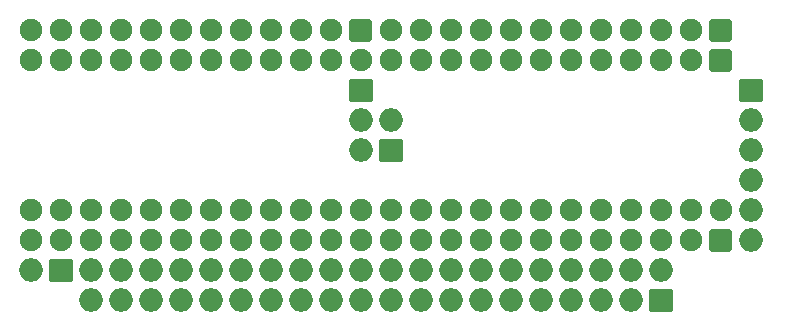
<source format=gbr>
G04 #@! TF.GenerationSoftware,KiCad,Pcbnew,(5.1.9)-1*
G04 #@! TF.CreationDate,2021-04-27T19:19:42+01:00*
G04 #@! TF.ProjectId,RGBtoHDMI Amiga Denise - v2++ Rev 2 by solarmon,52474274-6f48-4444-9d49-20416d696761,v2++ Rev 2*
G04 #@! TF.SameCoordinates,Original*
G04 #@! TF.FileFunction,Soldermask,Bot*
G04 #@! TF.FilePolarity,Negative*
%FSLAX46Y46*%
G04 Gerber Fmt 4.6, Leading zero omitted, Abs format (unit mm)*
G04 Created by KiCad (PCBNEW (5.1.9)-1) date 2021-04-27 19:19:42*
%MOMM*%
%LPD*%
G01*
G04 APERTURE LIST*
%ADD10O,2.000000X2.000000*%
%ADD11O,1.900000X1.900000*%
G04 APERTURE END LIST*
D10*
X133985000Y-75565000D03*
G36*
G01*
X132985000Y-78955000D02*
X132985000Y-77255000D01*
G75*
G02*
X133135000Y-77105000I150000J0D01*
G01*
X134835000Y-77105000D01*
G75*
G02*
X134985000Y-77255000I0J-150000D01*
G01*
X134985000Y-78955000D01*
G75*
G02*
X134835000Y-79105000I-150000J0D01*
G01*
X133135000Y-79105000D01*
G75*
G02*
X132985000Y-78955000I0J150000D01*
G01*
G37*
D11*
X103505000Y-85725000D03*
X106045000Y-85725000D03*
X108585000Y-85725000D03*
X111125000Y-85725000D03*
X113665000Y-85725000D03*
X116205000Y-85725000D03*
X118745000Y-85725000D03*
X121285000Y-85725000D03*
X123825000Y-85725000D03*
X126365000Y-85725000D03*
X128905000Y-85725000D03*
X131445000Y-85725000D03*
X133985000Y-85725000D03*
X136525000Y-85725000D03*
X139065000Y-85725000D03*
X141605000Y-85725000D03*
X144145000Y-85725000D03*
X146685000Y-85725000D03*
X149225000Y-85725000D03*
X151765000Y-85725000D03*
X154305000Y-85725000D03*
X156845000Y-85725000D03*
X159385000Y-85725000D03*
G36*
G01*
X162725000Y-86675000D02*
X161125000Y-86675000D01*
G75*
G02*
X160975000Y-86525000I0J150000D01*
G01*
X160975000Y-84925000D01*
G75*
G02*
X161125000Y-84775000I150000J0D01*
G01*
X162725000Y-84775000D01*
G75*
G02*
X162875000Y-84925000I0J-150000D01*
G01*
X162875000Y-86525000D01*
G75*
G02*
X162725000Y-86675000I-150000J0D01*
G01*
G37*
X103505000Y-70485000D03*
X106045000Y-70485000D03*
X108585000Y-70485000D03*
X111125000Y-70485000D03*
X113665000Y-70485000D03*
X116205000Y-70485000D03*
X118745000Y-70485000D03*
X121285000Y-70485000D03*
X123825000Y-70485000D03*
X126365000Y-70485000D03*
X128905000Y-70485000D03*
X131445000Y-70485000D03*
X133985000Y-70485000D03*
X136525000Y-70485000D03*
X139065000Y-70485000D03*
X141605000Y-70485000D03*
X144145000Y-70485000D03*
X146685000Y-70485000D03*
X149225000Y-70485000D03*
X151765000Y-70485000D03*
X154305000Y-70485000D03*
X156845000Y-70485000D03*
X159385000Y-70485000D03*
G36*
G01*
X162725000Y-71435000D02*
X161125000Y-71435000D01*
G75*
G02*
X160975000Y-71285000I0J150000D01*
G01*
X160975000Y-69685000D01*
G75*
G02*
X161125000Y-69535000I150000J0D01*
G01*
X162725000Y-69535000D01*
G75*
G02*
X162875000Y-69685000I0J-150000D01*
G01*
X162875000Y-71285000D01*
G75*
G02*
X162725000Y-71435000I-150000J0D01*
G01*
G37*
D10*
X164465000Y-85725000D03*
X164465000Y-83185000D03*
X164465000Y-80645000D03*
X164465000Y-78105000D03*
X164465000Y-75565000D03*
G36*
G01*
X163465000Y-73875000D02*
X163465000Y-72175000D01*
G75*
G02*
X163615000Y-72025000I150000J0D01*
G01*
X165315000Y-72025000D01*
G75*
G02*
X165465000Y-72175000I0J-150000D01*
G01*
X165465000Y-73875000D01*
G75*
G02*
X165315000Y-74025000I-150000J0D01*
G01*
X163615000Y-74025000D01*
G75*
G02*
X163465000Y-73875000I0J150000D01*
G01*
G37*
G36*
G01*
X155995000Y-89805000D02*
X157695000Y-89805000D01*
G75*
G02*
X157845000Y-89955000I0J-150000D01*
G01*
X157845000Y-91655000D01*
G75*
G02*
X157695000Y-91805000I-150000J0D01*
G01*
X155995000Y-91805000D01*
G75*
G02*
X155845000Y-91655000I0J150000D01*
G01*
X155845000Y-89955000D01*
G75*
G02*
X155995000Y-89805000I150000J0D01*
G01*
G37*
X156845000Y-88265000D03*
X154305000Y-90805000D03*
X154305000Y-88265000D03*
X151765000Y-90805000D03*
X151765000Y-88265000D03*
X149225000Y-90805000D03*
X149225000Y-88265000D03*
X146685000Y-90805000D03*
X146685000Y-88265000D03*
X144145000Y-90805000D03*
X144145000Y-88265000D03*
X141605000Y-90805000D03*
X141605000Y-88265000D03*
X139065000Y-90805000D03*
X139065000Y-88265000D03*
X136525000Y-90805000D03*
X136525000Y-88265000D03*
X133985000Y-90805000D03*
X133985000Y-88265000D03*
X131445000Y-90805000D03*
X131445000Y-88265000D03*
X128905000Y-90805000D03*
X128905000Y-88265000D03*
X126365000Y-90805000D03*
X126365000Y-88265000D03*
X123825000Y-90805000D03*
X123825000Y-88265000D03*
X121285000Y-90805000D03*
X121285000Y-88265000D03*
X118745000Y-90805000D03*
X118745000Y-88265000D03*
X116205000Y-90805000D03*
X116205000Y-88265000D03*
X113665000Y-90805000D03*
X113665000Y-88265000D03*
X111125000Y-90805000D03*
X111125000Y-88265000D03*
X108585000Y-90805000D03*
X108585000Y-88265000D03*
G36*
G01*
X161125000Y-66995000D02*
X162725000Y-66995000D01*
G75*
G02*
X162875000Y-67145000I0J-150000D01*
G01*
X162875000Y-68745000D01*
G75*
G02*
X162725000Y-68895000I-150000J0D01*
G01*
X161125000Y-68895000D01*
G75*
G02*
X160975000Y-68745000I0J150000D01*
G01*
X160975000Y-67145000D01*
G75*
G02*
X161125000Y-66995000I150000J0D01*
G01*
G37*
D11*
X133985000Y-83185000D03*
X159385000Y-67945000D03*
X136525000Y-83185000D03*
X156845000Y-67945000D03*
X139065000Y-83185000D03*
X154305000Y-67945000D03*
X141605000Y-83185000D03*
X151765000Y-67945000D03*
X144145000Y-83185000D03*
X149225000Y-67945000D03*
X146685000Y-83185000D03*
X146685000Y-67945000D03*
X149225000Y-83185000D03*
X144145000Y-67945000D03*
X151765000Y-83185000D03*
X141605000Y-67945000D03*
X154305000Y-83185000D03*
X139065000Y-67945000D03*
X156845000Y-83185000D03*
X136525000Y-67945000D03*
X159385000Y-83185000D03*
X133985000Y-67945000D03*
X161925000Y-83185000D03*
G36*
G01*
X130645000Y-66995000D02*
X132245000Y-66995000D01*
G75*
G02*
X132395000Y-67145000I0J-150000D01*
G01*
X132395000Y-68745000D01*
G75*
G02*
X132245000Y-68895000I-150000J0D01*
G01*
X130645000Y-68895000D01*
G75*
G02*
X130495000Y-68745000I0J150000D01*
G01*
X130495000Y-67145000D01*
G75*
G02*
X130645000Y-66995000I150000J0D01*
G01*
G37*
X103505000Y-83185000D03*
X128905000Y-67945000D03*
X106045000Y-83185000D03*
X126365000Y-67945000D03*
X108585000Y-83185000D03*
X123825000Y-67945000D03*
X111125000Y-83185000D03*
X121285000Y-67945000D03*
X113665000Y-83185000D03*
X118745000Y-67945000D03*
X116205000Y-83185000D03*
X116205000Y-67945000D03*
X118745000Y-83185000D03*
X113665000Y-67945000D03*
X121285000Y-83185000D03*
X111125000Y-67945000D03*
X123825000Y-83185000D03*
X108585000Y-67945000D03*
X126365000Y-83185000D03*
X106045000Y-67945000D03*
X128905000Y-83185000D03*
X103505000Y-67945000D03*
X131445000Y-83185000D03*
D10*
X103505000Y-88265000D03*
G36*
G01*
X105195000Y-87265000D02*
X106895000Y-87265000D01*
G75*
G02*
X107045000Y-87415000I0J-150000D01*
G01*
X107045000Y-89115000D01*
G75*
G02*
X106895000Y-89265000I-150000J0D01*
G01*
X105195000Y-89265000D01*
G75*
G02*
X105045000Y-89115000I0J150000D01*
G01*
X105045000Y-87415000D01*
G75*
G02*
X105195000Y-87265000I150000J0D01*
G01*
G37*
G36*
G01*
X132445000Y-72175000D02*
X132445000Y-73875000D01*
G75*
G02*
X132295000Y-74025000I-150000J0D01*
G01*
X130595000Y-74025000D01*
G75*
G02*
X130445000Y-73875000I0J150000D01*
G01*
X130445000Y-72175000D01*
G75*
G02*
X130595000Y-72025000I150000J0D01*
G01*
X132295000Y-72025000D01*
G75*
G02*
X132445000Y-72175000I0J-150000D01*
G01*
G37*
X131445000Y-75565000D03*
X131445000Y-78105000D03*
M02*

</source>
